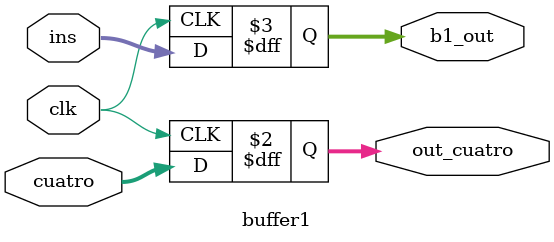
<source format=v>
module buffer1
(
	input clk,
	input [31:0] ins,
	input [31:0] cuatro,
	output reg [31:0] out_cuatro,
	output reg [31:0] b1_out
);

always @(posedge clk)
begin
	b1_out <= ins;
	out_cuatro <= cuatro;
end

endmodule

</source>
